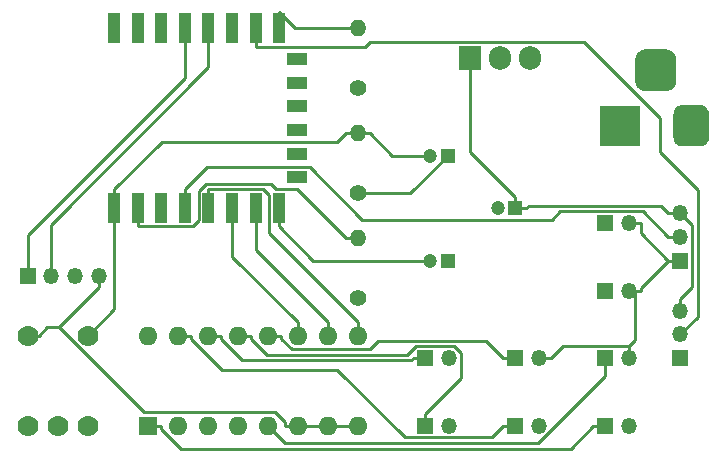
<source format=gbr>
G04 #@! TF.GenerationSoftware,KiCad,Pcbnew,(5.1.5-0-10_14)*
G04 #@! TF.CreationDate,2020-05-21T14:15:11-05:00*
G04 #@! TF.ProjectId,esp12e-oven,65737031-3265-42d6-9f76-656e2e6b6963,rev?*
G04 #@! TF.SameCoordinates,Original*
G04 #@! TF.FileFunction,Copper,L1,Top*
G04 #@! TF.FilePolarity,Positive*
%FSLAX46Y46*%
G04 Gerber Fmt 4.6, Leading zero omitted, Abs format (unit mm)*
G04 Created by KiCad (PCBNEW (5.1.5-0-10_14)) date 2020-05-21 14:15:11*
%MOMM*%
%LPD*%
G04 APERTURE LIST*
%ADD10O,1.400000X1.400000*%
%ADD11C,1.400000*%
%ADD12C,0.100000*%
%ADD13R,3.500000X3.500000*%
%ADD14O,1.350000X1.350000*%
%ADD15R,1.350000X1.350000*%
%ADD16R,1.000000X2.500000*%
%ADD17R,1.800000X1.000000*%
%ADD18C,1.200000*%
%ADD19R,1.200000X1.200000*%
%ADD20O,1.600000X1.600000*%
%ADD21R,1.600000X1.600000*%
%ADD22O,1.905000X2.000000*%
%ADD23R,1.905000X2.000000*%
%ADD24C,1.778000*%
%ADD25C,0.250000*%
G04 APERTURE END LIST*
D10*
X66675000Y-52705000D03*
D11*
X66675000Y-57785000D03*
G04 #@! TA.AperFunction,ComponentPad*
D12*
G36*
X92860765Y-36734213D02*
G01*
X92945704Y-36746813D01*
X93028999Y-36767677D01*
X93109848Y-36796605D01*
X93187472Y-36833319D01*
X93261124Y-36877464D01*
X93330094Y-36928616D01*
X93393718Y-36986282D01*
X93451384Y-37049906D01*
X93502536Y-37118876D01*
X93546681Y-37192528D01*
X93583395Y-37270152D01*
X93612323Y-37351001D01*
X93633187Y-37434296D01*
X93645787Y-37519235D01*
X93650000Y-37605000D01*
X93650000Y-39355000D01*
X93645787Y-39440765D01*
X93633187Y-39525704D01*
X93612323Y-39608999D01*
X93583395Y-39689848D01*
X93546681Y-39767472D01*
X93502536Y-39841124D01*
X93451384Y-39910094D01*
X93393718Y-39973718D01*
X93330094Y-40031384D01*
X93261124Y-40082536D01*
X93187472Y-40126681D01*
X93109848Y-40163395D01*
X93028999Y-40192323D01*
X92945704Y-40213187D01*
X92860765Y-40225787D01*
X92775000Y-40230000D01*
X91025000Y-40230000D01*
X90939235Y-40225787D01*
X90854296Y-40213187D01*
X90771001Y-40192323D01*
X90690152Y-40163395D01*
X90612528Y-40126681D01*
X90538876Y-40082536D01*
X90469906Y-40031384D01*
X90406282Y-39973718D01*
X90348616Y-39910094D01*
X90297464Y-39841124D01*
X90253319Y-39767472D01*
X90216605Y-39689848D01*
X90187677Y-39608999D01*
X90166813Y-39525704D01*
X90154213Y-39440765D01*
X90150000Y-39355000D01*
X90150000Y-37605000D01*
X90154213Y-37519235D01*
X90166813Y-37434296D01*
X90187677Y-37351001D01*
X90216605Y-37270152D01*
X90253319Y-37192528D01*
X90297464Y-37118876D01*
X90348616Y-37049906D01*
X90406282Y-36986282D01*
X90469906Y-36928616D01*
X90538876Y-36877464D01*
X90612528Y-36833319D01*
X90690152Y-36796605D01*
X90771001Y-36767677D01*
X90854296Y-36746813D01*
X90939235Y-36734213D01*
X91025000Y-36730000D01*
X92775000Y-36730000D01*
X92860765Y-36734213D01*
G37*
G04 #@! TD.AperFunction*
G04 #@! TA.AperFunction,ComponentPad*
G36*
X95723513Y-41433611D02*
G01*
X95796318Y-41444411D01*
X95867714Y-41462295D01*
X95937013Y-41487090D01*
X96003548Y-41518559D01*
X96066678Y-41556398D01*
X96125795Y-41600242D01*
X96180330Y-41649670D01*
X96229758Y-41704205D01*
X96273602Y-41763322D01*
X96311441Y-41826452D01*
X96342910Y-41892987D01*
X96367705Y-41962286D01*
X96385589Y-42033682D01*
X96396389Y-42106487D01*
X96400000Y-42180000D01*
X96400000Y-44180000D01*
X96396389Y-44253513D01*
X96385589Y-44326318D01*
X96367705Y-44397714D01*
X96342910Y-44467013D01*
X96311441Y-44533548D01*
X96273602Y-44596678D01*
X96229758Y-44655795D01*
X96180330Y-44710330D01*
X96125795Y-44759758D01*
X96066678Y-44803602D01*
X96003548Y-44841441D01*
X95937013Y-44872910D01*
X95867714Y-44897705D01*
X95796318Y-44915589D01*
X95723513Y-44926389D01*
X95650000Y-44930000D01*
X94150000Y-44930000D01*
X94076487Y-44926389D01*
X94003682Y-44915589D01*
X93932286Y-44897705D01*
X93862987Y-44872910D01*
X93796452Y-44841441D01*
X93733322Y-44803602D01*
X93674205Y-44759758D01*
X93619670Y-44710330D01*
X93570242Y-44655795D01*
X93526398Y-44596678D01*
X93488559Y-44533548D01*
X93457090Y-44467013D01*
X93432295Y-44397714D01*
X93414411Y-44326318D01*
X93403611Y-44253513D01*
X93400000Y-44180000D01*
X93400000Y-42180000D01*
X93403611Y-42106487D01*
X93414411Y-42033682D01*
X93432295Y-41962286D01*
X93457090Y-41892987D01*
X93488559Y-41826452D01*
X93526398Y-41763322D01*
X93570242Y-41704205D01*
X93619670Y-41649670D01*
X93674205Y-41600242D01*
X93733322Y-41556398D01*
X93796452Y-41518559D01*
X93862987Y-41487090D01*
X93932286Y-41462295D01*
X94003682Y-41444411D01*
X94076487Y-41433611D01*
X94150000Y-41430000D01*
X95650000Y-41430000D01*
X95723513Y-41433611D01*
G37*
G04 #@! TD.AperFunction*
D13*
X88900000Y-43180000D03*
D14*
X89630000Y-51435000D03*
D15*
X87630000Y-51435000D03*
D14*
X89630000Y-57150000D03*
D15*
X87630000Y-57150000D03*
D14*
X89630000Y-62865000D03*
D15*
X87630000Y-62865000D03*
D14*
X89630000Y-68580000D03*
D15*
X87630000Y-68580000D03*
D14*
X93980000Y-50610000D03*
X93980000Y-52610000D03*
D15*
X93980000Y-54610000D03*
D14*
X93980000Y-58865000D03*
X93980000Y-60865000D03*
D15*
X93980000Y-62865000D03*
D14*
X82010000Y-62865000D03*
D15*
X80010000Y-62865000D03*
D14*
X82010000Y-68580000D03*
D15*
X80010000Y-68580000D03*
D14*
X44735000Y-55880000D03*
X42735000Y-55880000D03*
X40735000Y-55880000D03*
D15*
X38735000Y-55880000D03*
D10*
X66675000Y-43815000D03*
D11*
X66675000Y-48895000D03*
D16*
X46030000Y-34945000D03*
X48030000Y-34945000D03*
X50030000Y-34945000D03*
X52030000Y-34945000D03*
X54030000Y-34945000D03*
X56030000Y-34945000D03*
X58030000Y-34945000D03*
X60030000Y-34945000D03*
D17*
X61530000Y-37545000D03*
X61530000Y-39545000D03*
X61530000Y-41545000D03*
X61530000Y-43545000D03*
X61530000Y-45545000D03*
X61530000Y-47545000D03*
D16*
X60030000Y-50145000D03*
X58030000Y-50145000D03*
X56030000Y-50145000D03*
X54030000Y-50145000D03*
X52030000Y-50145000D03*
X50030000Y-50145000D03*
X48030000Y-50145000D03*
X46030000Y-50145000D03*
D18*
X72795000Y-54610000D03*
D19*
X74295000Y-54610000D03*
D18*
X78510000Y-50165000D03*
D19*
X80010000Y-50165000D03*
D18*
X72795000Y-45720000D03*
D19*
X74295000Y-45720000D03*
D20*
X48895000Y-60960000D03*
X66675000Y-68580000D03*
X51435000Y-60960000D03*
X64135000Y-68580000D03*
X53975000Y-60960000D03*
X61595000Y-68580000D03*
X56515000Y-60960000D03*
X59055000Y-68580000D03*
X59055000Y-60960000D03*
X56515000Y-68580000D03*
X61595000Y-60960000D03*
X53975000Y-68580000D03*
X64135000Y-60960000D03*
X51435000Y-68580000D03*
X66675000Y-60960000D03*
D21*
X48895000Y-68580000D03*
D22*
X81280000Y-37465000D03*
X78740000Y-37465000D03*
D23*
X76200000Y-37465000D03*
D24*
X38735000Y-68580000D03*
X41275000Y-68580000D03*
X43815000Y-68580000D03*
X43815000Y-60960000D03*
X38735000Y-60960000D03*
D15*
X72390000Y-68580000D03*
D14*
X74390000Y-68580000D03*
X74390000Y-62865000D03*
D15*
X72390000Y-62865000D03*
D11*
X66675000Y-40005000D03*
D10*
X66675000Y-34925000D03*
D25*
X66675000Y-43815000D02*
X65649700Y-43815000D01*
X46030000Y-50145000D02*
X46030000Y-48569700D01*
X46030000Y-48569700D02*
X50059700Y-44540000D01*
X50059700Y-44540000D02*
X64924700Y-44540000D01*
X64924700Y-44540000D02*
X65649700Y-43815000D01*
X43815000Y-60960000D02*
X46030000Y-58745000D01*
X46030000Y-58745000D02*
X46030000Y-50145000D01*
X66675000Y-43815000D02*
X67700300Y-43815000D01*
X72795000Y-45720000D02*
X69605300Y-45720000D01*
X69605300Y-45720000D02*
X67700300Y-43815000D01*
X60030000Y-50145000D02*
X60030000Y-51720300D01*
X72795000Y-54610000D02*
X62919700Y-54610000D01*
X62919700Y-54610000D02*
X60030000Y-51720300D01*
X89630000Y-61864700D02*
X84010600Y-61864700D01*
X84010600Y-61864700D02*
X83010300Y-62865000D01*
X90130200Y-57150000D02*
X90130200Y-61364500D01*
X90130200Y-61364500D02*
X89630000Y-61864700D01*
X82010000Y-62865000D02*
X83010300Y-62865000D01*
X89630000Y-62865000D02*
X89630000Y-61864700D01*
X90130200Y-57150000D02*
X90630300Y-57150000D01*
X89630000Y-57150000D02*
X90130200Y-57150000D01*
X89630000Y-51435000D02*
X90630300Y-51435000D01*
X90630300Y-51435000D02*
X90630300Y-52260600D01*
X90630300Y-52260600D02*
X92979700Y-54610000D01*
X93980000Y-54610000D02*
X92979700Y-54610000D01*
X92979700Y-54610000D02*
X90630300Y-56959400D01*
X90630300Y-56959400D02*
X90630300Y-57150000D01*
X74295000Y-45720000D02*
X71120000Y-48895000D01*
X71120000Y-48895000D02*
X66675000Y-48895000D01*
X60030000Y-33556300D02*
X61398700Y-34925000D01*
X61398700Y-34925000D02*
X65649700Y-34925000D01*
X60030000Y-34945000D02*
X60030000Y-33556300D01*
X80010000Y-50165000D02*
X80010000Y-49239700D01*
X76200000Y-37465000D02*
X76200000Y-45429700D01*
X76200000Y-45429700D02*
X80010000Y-49239700D01*
X80010000Y-50165000D02*
X80935300Y-50165000D01*
X93980000Y-50610000D02*
X92979700Y-50610000D01*
X93980000Y-50610000D02*
X94980300Y-51610300D01*
X94980300Y-51610300D02*
X94980300Y-56864400D01*
X94980300Y-56864400D02*
X93980000Y-57864700D01*
X92979700Y-50610000D02*
X92336400Y-49966700D01*
X92336400Y-49966700D02*
X81133600Y-49966700D01*
X81133600Y-49966700D02*
X80935300Y-50165000D01*
X41375100Y-60240200D02*
X48589500Y-67454700D01*
X48589500Y-67454700D02*
X59625800Y-67454700D01*
X59625800Y-67454700D02*
X60469700Y-68298600D01*
X60469700Y-68298600D02*
X60469700Y-68580000D01*
X38735000Y-60960000D02*
X39655000Y-60960000D01*
X39655000Y-60960000D02*
X40374800Y-60240200D01*
X40374800Y-60240200D02*
X41375000Y-60240200D01*
X41375000Y-60240200D02*
X41375100Y-60240200D01*
X44735000Y-56880300D02*
X41375100Y-60240200D01*
X44735000Y-55880000D02*
X44735000Y-56880300D01*
X61595000Y-68580000D02*
X60469700Y-68580000D01*
X61595000Y-68580000D02*
X63009700Y-68580000D01*
X64135000Y-68580000D02*
X63009700Y-68580000D01*
X93980000Y-58865000D02*
X93980000Y-57864700D01*
X66675000Y-68580000D02*
X64135000Y-68580000D01*
X66675000Y-34925000D02*
X65649700Y-34925000D01*
X64135000Y-59834700D02*
X58030000Y-53729700D01*
X58030000Y-53729700D02*
X58030000Y-50145000D01*
X64135000Y-60960000D02*
X64135000Y-59834700D01*
X61595000Y-60960000D02*
X61595000Y-59834700D01*
X61595000Y-59834700D02*
X56030000Y-54269700D01*
X56030000Y-54269700D02*
X56030000Y-50145000D01*
X54030000Y-50145000D02*
X54030000Y-48569700D01*
X66675000Y-60960000D02*
X66675000Y-59834700D01*
X66675000Y-59834700D02*
X59125700Y-52285400D01*
X59125700Y-52285400D02*
X59125700Y-49020800D01*
X59125700Y-49020800D02*
X58674600Y-48569700D01*
X58674600Y-48569700D02*
X54030000Y-48569700D01*
X52030000Y-34945000D02*
X52030000Y-39131200D01*
X52030000Y-39131200D02*
X38735000Y-52426200D01*
X38735000Y-52426200D02*
X38735000Y-55880000D01*
X40735000Y-55880000D02*
X40735000Y-51558000D01*
X40735000Y-51558000D02*
X54030000Y-38263000D01*
X54030000Y-38263000D02*
X54030000Y-34945000D01*
X65649700Y-52705000D02*
X61514400Y-48569700D01*
X61514400Y-48569700D02*
X59762700Y-48569700D01*
X59762700Y-48569700D02*
X59307600Y-48114600D01*
X59307600Y-48114600D02*
X53848200Y-48114600D01*
X53848200Y-48114600D02*
X53204600Y-48758200D01*
X53204600Y-48758200D02*
X53204600Y-51210300D01*
X53204600Y-51210300D02*
X52694600Y-51720300D01*
X52694600Y-51720300D02*
X48030000Y-51720300D01*
X48030000Y-50145000D02*
X48030000Y-51720300D01*
X66675000Y-52705000D02*
X65649700Y-52705000D01*
X56515000Y-60960000D02*
X57640300Y-60960000D01*
X72390000Y-68580000D02*
X72390000Y-67579700D01*
X72390000Y-67579700D02*
X75434600Y-64535100D01*
X75434600Y-64535100D02*
X75434600Y-62440100D01*
X75434600Y-62440100D02*
X74859200Y-61864700D01*
X74859200Y-61864700D02*
X71580200Y-61864700D01*
X71580200Y-61864700D02*
X70861300Y-62583600D01*
X70861300Y-62583600D02*
X58982600Y-62583600D01*
X58982600Y-62583600D02*
X57640300Y-61241300D01*
X57640300Y-61241300D02*
X57640300Y-60960000D01*
X72390000Y-62865000D02*
X71389700Y-62865000D01*
X53975000Y-60960000D02*
X55100300Y-60960000D01*
X55100300Y-60960000D02*
X55100300Y-61241300D01*
X55100300Y-61241300D02*
X56893000Y-63034000D01*
X56893000Y-63034000D02*
X71220700Y-63034000D01*
X71220700Y-63034000D02*
X71389700Y-62865000D01*
X80010000Y-68580000D02*
X79009700Y-68580000D01*
X51435000Y-60960000D02*
X52560300Y-60960000D01*
X52560300Y-60960000D02*
X52560300Y-61241300D01*
X52560300Y-61241300D02*
X55184400Y-63865400D01*
X55184400Y-63865400D02*
X64945500Y-63865400D01*
X64945500Y-63865400D02*
X70660400Y-69580300D01*
X70660400Y-69580300D02*
X78009400Y-69580300D01*
X78009400Y-69580300D02*
X79009700Y-68580000D01*
X79009700Y-62865000D02*
X77555100Y-61410400D01*
X77555100Y-61410400D02*
X68383800Y-61410400D01*
X68383800Y-61410400D02*
X67665700Y-62128500D01*
X67665700Y-62128500D02*
X61067500Y-62128500D01*
X61067500Y-62128500D02*
X60180300Y-61241300D01*
X60180300Y-61241300D02*
X60180300Y-60960000D01*
X80010000Y-62865000D02*
X79009700Y-62865000D01*
X59055000Y-60960000D02*
X60180300Y-60960000D01*
X50020300Y-68580000D02*
X50020300Y-68861300D01*
X50020300Y-68861300D02*
X51682500Y-70523500D01*
X51682500Y-70523500D02*
X84686200Y-70523500D01*
X84686200Y-70523500D02*
X86629700Y-68580000D01*
X87630000Y-68580000D02*
X86629700Y-68580000D01*
X48895000Y-68580000D02*
X50020300Y-68580000D01*
X59055000Y-68580000D02*
X60547400Y-70072400D01*
X60547400Y-70072400D02*
X81949800Y-70072400D01*
X81949800Y-70072400D02*
X87630000Y-64392200D01*
X87630000Y-64392200D02*
X87630000Y-62865000D01*
X93980000Y-52610000D02*
X92979700Y-52610000D01*
X52030000Y-50145000D02*
X52030000Y-48569700D01*
X52030000Y-48569700D02*
X53880100Y-46719600D01*
X53880100Y-46719600D02*
X62620300Y-46719600D01*
X62620300Y-46719600D02*
X67040100Y-51139400D01*
X67040100Y-51139400D02*
X83102000Y-51139400D01*
X83102000Y-51139400D02*
X83806800Y-50434600D01*
X83806800Y-50434600D02*
X90804300Y-50434600D01*
X90804300Y-50434600D02*
X92979700Y-52610000D01*
X58030000Y-34945000D02*
X58030000Y-36520300D01*
X58030000Y-36520300D02*
X67319700Y-36520300D01*
X67319700Y-36520300D02*
X67716400Y-36123600D01*
X67716400Y-36123600D02*
X85836800Y-36123600D01*
X85836800Y-36123600D02*
X92274000Y-42560800D01*
X92274000Y-42560800D02*
X92274000Y-45433100D01*
X92274000Y-45433100D02*
X95457900Y-48617000D01*
X95457900Y-48617000D02*
X95457900Y-59387100D01*
X95457900Y-59387100D02*
X93980000Y-60865000D01*
M02*

</source>
